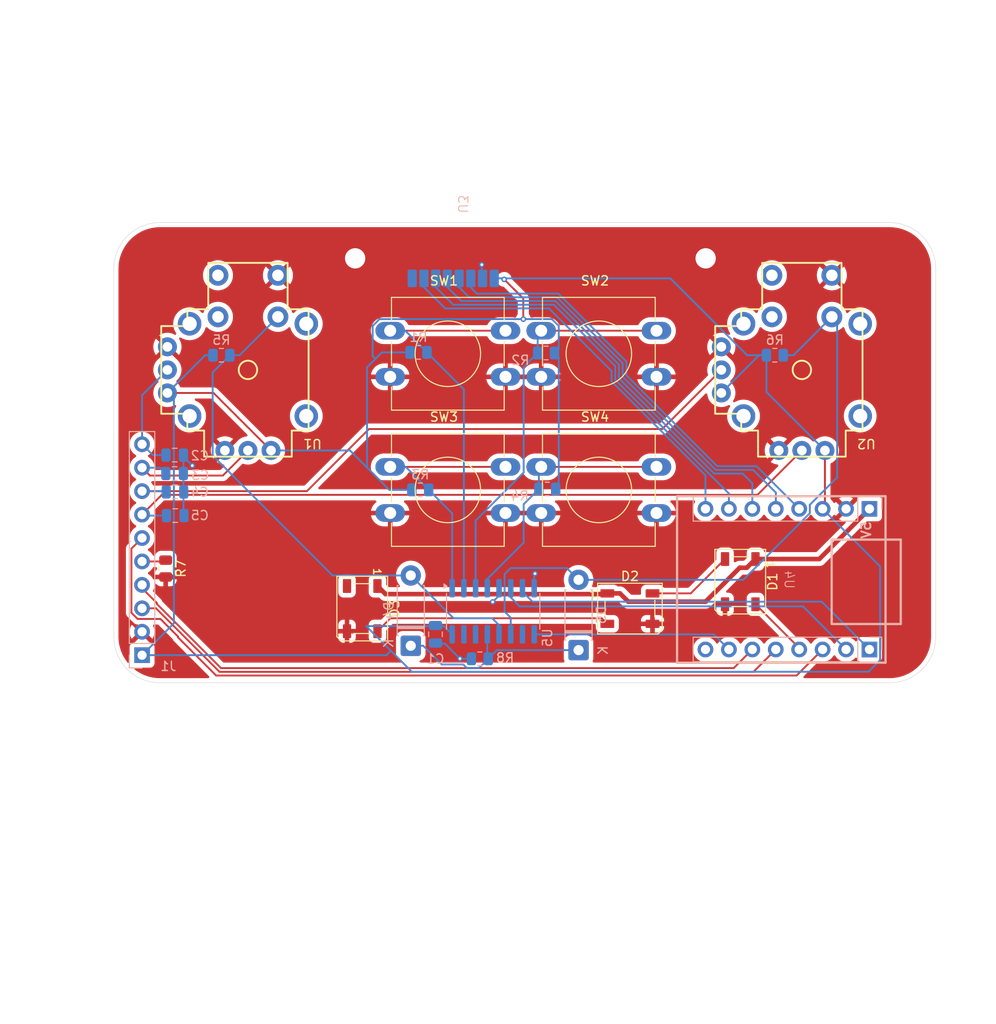
<source format=kicad_pcb>
(kicad_pcb (version 20241229) (generator "pcbnew") (generator_version "9.0")
  (layers (0 "F.Cu" signal) (2 "B.Cu" signal) (13 "F.Paste" user) (15 "B.Paste" user) (5 "F.SilkS" user "F.Silkscreen") (7 "B.SilkS" user "B.Silkscreen") (1 "F.Mask" user) (3 "B.Mask" user) (25 "Edge.Cuts" user))
  (net 0 "")
  (net 1 "NEO")
  (net 2 "NRF_CS")
  (net 3 "JOY1_V")
  (net 4 "Net-(D1-DOUT)")
  (net 5 "+5V")
  (net 6 "GND")
  (net 7 "Net-(D2-DOUT)")
  (net 8 "JOY2_H")
  (net 9 "NRF_CE")
  (net 10 "MISO")
  (net 12 "BTN_JOY_BOTH")
  (net 13 "BTN_JOY_L")
  (net 14 "BTN_JOY_R")
  (net 15 "JOY1_H")
  (net 16 "BTN_1")
  (net 17 "BTN_2")
  (net 18 "BTN_3")
  (net 19 "BTN_4")
  (net 20 "JOY2_V")
  (net 21 "+3.3V")
  (net 22 "SCK")
  (net 23 "S2")
  (net 24 "S1")
  (net 25 "S0")
  (net 27 "MOSI")
  (net 31 "Net-(J1-Pin_5)")
  (net 32 "ADC_INT")
  (net 33 "SDA")
  (net 34 "SCL")
  (footprint "stuff:SW_PUSH-12mm" (layer "F.Cu") (at 131.3 63.34)
    (property "Reference" "SW1" (at 5.83 -5.41 0) (layer "F.SilkS"))
    (property "Value" "SW_Push")
    (pad "1" thru_hole oval (at 0 0) (size 3.2 1.9) (drill 1.3) (layers "*.Cu" "*.Mask") (net 16 "BTN_1"))
    (pad "1" thru_hole oval (at 12.5 0) (size 3.2 1.9) (drill 1.3) (layers "*.Cu" "*.Mask") (net 16 "BTN_1"))
    (pad "2" thru_hole oval (at 0 5) (size 3.2 1.9) (drill 1.3) (layers "*.Cu" "*.Mask") (net 6 "GND"))
    (pad "2" thru_hole oval (at 12.5 5) (size 3.2 1.9) (drill 1.3) (layers "*.Cu" "*.Mask") (net 6 "GND"))
  )
  (footprint "MountingHole:MountingHole_2.2mm_M2" (layer "F.Cu") (at 127.5 55.5)
    (property "Reference" "REF**" (hide yes))
    (property "Value" "MountingHole_2.2mm_M2" (hide yes))
    (pad "" np_thru_hole circle (at 0 0) (size 2.2 2.2) (drill 2.2) (layers "*.Cu" "*.Mask"))
  )
  (footprint "stuff:SW_PUSH-12mm" (layer "F.Cu") (at 147.67 78.1)
    (property "Reference" "SW4" (at 5.83 -5.41 0) (layer "F.SilkS"))
    (property "Value" "SW_Push")
    (pad "1" thru_hole oval (at 0 0) (size 3.2 1.9) (drill 1.3) (layers "*.Cu" "*.Mask") (net 19 "BTN_4"))
    (pad "1" thru_hole oval (at 12.5 0) (size 3.2 1.9) (drill 1.3) (layers "*.Cu" "*.Mask") (net 19 "BTN_4"))
    (pad "2" thru_hole oval (at 0 5) (size 3.2 1.9) (drill 1.3) (layers "*.Cu" "*.Mask") (net 6 "GND"))
    (pad "2" thru_hole oval (at 12.5 5) (size 3.2 1.9) (drill 1.3) (layers "*.Cu" "*.Mask") (net 6 "GND"))
  )
  (footprint "LED_SMD:LED_WS2812B_PLCC4_5.0x5.0mm_P3.2mm" (layer "F.Cu") (at 157.29 93.46)
    (property "Reference" "D2" (at 0 -3.5 0) (layer "F.SilkS"))
    (property "Value" "WS2812B")
    (fp_text user "1" (at -4 -1.6 0) (layer "F.SilkS") (effects (font (size 0.8 0.8))))
    (pad "1" smd roundrect (at -2.45 -1.65) (size 1.5 0.9) (layers "F.Cu" "F.Mask" "F.Paste") (roundrect_rratio 0.1) (net 5 "+5V"))
    (pad "2" smd roundrect (at -2.45 1.65) (size 1.5 0.9) (layers "F.Cu" "F.Mask" "F.Paste") (roundrect_rratio 0.1) (net 7 "Net-(D2-DOUT)"))
    (pad "3" smd roundrect (at 2.45 1.65) (size 1.5 0.9) (layers "F.Cu" "F.Mask" "F.Paste") (roundrect_rratio 0.1) (net 6 "GND"))
    (pad "4" smd roundrect (at 2.45 -1.65) (size 1.5 0.9) (layers "F.Cu" "F.Mask" "F.Paste") (roundrect_rratio 0.1) (net 4 "Net-(D1-DOUT)"))
  )
  (footprint "LED_SMD:LED_WS2812B_PLCC4_5.0x5.0mm_P3.2mm" (layer "F.Cu") (at 128.27 93.46 -90)
    (property "Reference" "D3" (at 0 -3.5 90) (layer "F.SilkS"))
    (property "Value" "WS2812B")
    (fp_text user "1" (at -4 -1.6 270) (layer "F.SilkS") (effects (font (size 0.8 0.8))))
    (pad "1" smd roundrect (at -2.45 -1.65 270) (size 1.5 0.9) (layers "F.Cu" "F.Mask" "F.Paste") (roundrect_rratio 0.1) (net 5 "+5V"))
    (pad "2" smd roundrect (at -2.45 1.65 270) (size 1.5 0.9) (layers "F.Cu" "F.Mask" "F.Paste") (roundrect_rratio 0.1))
    (pad "3" smd roundrect (at 2.45 1.65 270) (size 1.5 0.9) (layers "F.Cu" "F.Mask" "F.Paste") (roundrect_rratio 0.1) (net 6 "GND"))
    (pad "4" smd roundrect (at 2.45 -1.65 270) (size 1.5 0.9) (layers "F.Cu" "F.Mask" "F.Paste") (roundrect_rratio 0.1) (net 7 "Net-(D2-DOUT)"))
  )
  (footprint "stuff:Joystick" (layer "F.Cu") (at 115.88 67.59 180)
    (property "Reference" "U1" (at -7 -8 180) (layer "F.SilkS"))
    (property "Value" "PS5" (hide yes))
    (pad "" thru_hole circle (at -6.325 -5 180) (size 2.55 2.55) (drill 1.55) (layers "*.Cu" "*.Mask"))
    (pad "" thru_hole circle (at -6.325 5 180) (size 2.55 2.55) (drill 1.55) (layers "*.Cu" "*.Mask"))
    (pad "" thru_hole circle (at 6.325 -5 180) (size 2.55 2.55) (drill 1.55) (layers "*.Cu" "*.Mask"))
    (pad "" thru_hole circle (at 6.325 5 180) (size 2.55 2.55) (drill 1.55) (layers "*.Cu" "*.Mask"))
    (pad "1" thru_hole circle (at 2.5 -8.73 180) (size 2.05 2.05) (drill 1.05) (layers "*.Cu" "*.Mask") (net 6 "GND"))
    (pad "1'" thru_hole circle (at 8.73 2.5 180) (size 2.05 2.05) (drill 1.05) (layers "*.Cu" "*.Mask") (net 6 "GND"))
    (pad "2" thru_hole circle (at 0 -8.73 180) (size 2.05 2.05) (drill 1.05) (layers "*.Cu" "*.Mask") (net 15 "JOY1_H"))
    (pad "2'" thru_hole circle (at 8.73 0 180) (size 2.05 2.05) (drill 1.05) (layers "*.Cu" "*.Mask") (net 3 "JOY1_V"))
    (pad "3" thru_hole circle (at -2.5 -8.73 180) (size 2.05 2.05) (drill 1.05) (layers "*.Cu" "*.Mask") (net 21 "+3.3V"))
    (pad "3'" thru_hole circle (at 8.73 -2.5 180) (size 2.05 2.05) (drill 1.05) (layers "*.Cu" "*.Mask") (net 21 "+3.3V"))
    (pad "a" thru_hole circle (at -3.25 5.75 180) (size 2.25 2.25) (drill 1.25) (layers "*.Cu" "*.Mask") (net 13 "BTN_JOY_L"))
    (pad "b" thru_hole circle (at 3.25 5.75 180) (size 2.25 2.25) (drill 1.25) (layers "*.Cu" "*.Mask"))
    (pad "c" thru_hole circle (at -3.25 10.25 180) (size 2.25 2.25) (drill 1.25) (layers "*.Cu" "*.Mask") (net 6 "GND"))
    (pad "d" thru_hole circle (at 3.25 10.25 180) (size 2.25 2.25) (drill 1.25) (layers "*.Cu" "*.Mask"))
  )
  (footprint "stuff:SW_PUSH-12mm" (layer "F.Cu") (at 147.67 63.34)
    (property "Reference" "SW2" (at 5.83 -5.41 0) (layer "F.SilkS"))
    (property "Value" "SW_Push")
    (pad "1" thru_hole oval (at 0 0) (size 3.2 1.9) (drill 1.3) (layers "*.Cu" "*.Mask") (net 17 "BTN_2"))
    (pad "1" thru_hole oval (at 12.5 0) (size 3.2 1.9) (drill 1.3) (layers "*.Cu" "*.Mask") (net 17 "BTN_2"))
    (pad "2" thru_hole oval (at 0 5) (size 3.2 1.9) (drill 1.3) (layers "*.Cu" "*.Mask") (net 6 "GND"))
    (pad "2" thru_hole oval (at 12.5 5) (size 3.2 1.9) (drill 1.3) (layers "*.Cu" "*.Mask") (net 6 "GND"))
  )
  (footprint "Resistor_SMD:R_0805_2012Metric" (layer "F.Cu") (at 106.96 89.12 -90)
    (property "Reference" "R7" (at 0 -1.65 90) (layer "F.SilkS"))
    (property "Value" "10k")
    (pad "1" smd roundrect (at -0.9125 0 270) (size 1.025 1.4) (layers "F.Cu" "F.Mask" "F.Paste") (roundrect_rratio 0.243902) (net 31 "Net-(J1-Pin_5)"))
    (pad "2" smd roundrect (at 0.9125 0 270) (size 1.025 1.4) (layers "F.Cu" "F.Mask" "F.Paste") (roundrect_rratio 0.243902) (net 6 "GND"))
  )
  (footprint "LED_SMD:LED_WS2812B_PLCC4_5.0x5.0mm_P3.2mm" (layer "F.Cu") (at 169.25 90.54 -90)
    (property "Reference" "D1" (at 0 -3.5 90) (layer "F.SilkS"))
    (property "Value" "WS2812B")
    (fp_text user "1" (at -1.87 -3.31 270) (layer "F.SilkS") (effects (font (size 0.8 0.8))))
    (pad "1" smd roundrect (at -2.45 -1.65 270) (size 1.5 0.9) (layers "F.Cu" "F.Mask" "F.Paste") (roundrect_rratio 0.1) (net 5 "+5V"))
    (pad "2" smd roundrect (at -2.45 1.65 270) (size 1.5 0.9) (layers "F.Cu" "F.Mask" "F.Paste") (roundrect_rratio 0.1) (net 4 "Net-(D1-DOUT)"))
    (pad "3" smd roundrect (at 2.45 1.65 270) (size 1.5 0.9) (layers "F.Cu" "F.Mask" "F.Paste") (roundrect_rratio 0.1) (net 6 "GND"))
    (pad "4" smd roundrect (at 2.45 -1.65 270) (size 1.5 0.9) (layers "F.Cu" "F.Mask" "F.Paste") (roundrect_rratio 0.1) (net 1 "NEO"))
  )
  (footprint "stuff:Joystick" (layer "F.Cu") (at 175.93 67.59 180)
    (property "Reference" "U2" (at -7 -8 180) (layer "F.SilkS"))
    (property "Value" "PS5" (hide yes))
    (pad "" thru_hole circle (at -6.325 -5 180) (size 2.55 2.55) (drill 1.55) (layers "*.Cu" "*.Mask"))
    (pad "" thru_hole circle (at -6.325 5 180) (size 2.55 2.55) (drill 1.55) (layers "*.Cu" "*.Mask"))
    (pad "" thru_hole circle (at 6.325 -5 180) (size 2.55 2.55) (drill 1.55) (layers "*.Cu" "*.Mask"))
    (pad "" thru_hole circle (at 6.325 5 180) (size 2.55 2.55) (drill 1.55) (layers "*.Cu" "*.Mask"))
    (pad "1" thru_hole circle (at 2.5 -8.73 180) (size 2.05 2.05) (drill 1.05) (layers "*.Cu" "*.Mask") (net 6 "GND"))
    (pad "1'" thru_hole circle (at 8.73 2.5 180) (size 2.05 2.05) (drill 1.05) (layers "*.Cu" "*.Mask") (net 6 "GND"))
    (pad "2" thru_hole circle (at 0 -8.73 180) (size 2.05 2.05) (drill 1.05) (layers "*.Cu" "*.Mask") (net 8 "JOY2_H"))
    (pad "2'" thru_hole circle (at 8.73 0 180) (size 2.05 2.05) (drill 1.05) (layers "*.Cu" "*.Mask") (net 20 "JOY2_V"))
    (pad "3" thru_hole circle (at -2.5 -8.73 180) (size 2.05 2.05) (drill 1.05) (layers "*.Cu" "*.Mask") (net 21 "+3.3V"))
    (pad "3'" thru_hole circle (at 8.73 -2.5 180) (size 2.05 2.05) (drill 1.05) (layers "*.Cu" "*.Mask") (net 21 "+3.3V"))
    (pad "a" thru_hole circle (at -3.25 5.75 180) (size 2.25 2.25) (drill 1.25) (layers "*.Cu" "*.Mask") (net 14 "BTN_JOY_R"))
    (pad "b" thru_hole circle (at 3.25 5.75 180) (size 2.25 2.25) (drill 1.25) (layers "*.Cu" "*.Mask"))
    (pad "c" thru_hole circle (at -3.25 10.25 180) (size 2.25 2.25) (drill 1.25) (layers "*.Cu" "*.Mask") (net 6 "GND"))
    (pad "d" thru_hole circle (at 3.25 10.25 180) (size 2.25 2.25) (drill 1.25) (layers "*.Cu" "*.Mask"))
  )
  (footprint "stuff:SW_PUSH-12mm" (layer "F.Cu") (at 131.3 78.1)
    (property "Reference" "SW3" (at 5.83 -5.41 0) (layer "F.SilkS"))
    (property "Value" "SW_Push")
    (pad "1" thru_hole oval (at 0 0) (size 3.2 1.9) (drill 1.3) (layers "*.Cu" "*.Mask") (net 18 "BTN_3"))
    (pad "1" thru_hole oval (at 12.5 0) (size 3.2 1.9) (drill 1.3) (layers "*.Cu" "*.Mask") (net 18 "BTN_3"))
    (pad "2" thru_hole oval (at 0 5) (size 3.2 1.9) (drill 1.3) (layers "*.Cu" "*.Mask") (net 6 "GND"))
    (pad "2" thru_hole oval (at 12.5 5) (size 3.2 1.9) (drill 1.3) (layers "*.Cu" "*.Mask") (net 6 "GND"))
  )
  (footprint "MountingHole:MountingHole_2.2mm_M2" (layer "F.Cu") (at 165.5 55.5)
    (property "Reference" "REF**" (hide yes))
    (property "Value" "MountingHole_2.2mm_M2" (hide yes))
    (pad "" np_thru_hole circle (at 0 0) (size 2.2 2.2) (drill 2.2) (layers "*.Cu" "*.Mask"))
  )
  (footprint "Package_SO:SOP-16_3.9x9.9mm_P1.27mm" (layer "B.Cu") (at 142.465 93.75 -90)
    (property "Reference" "U5" (at 2.87 -5.885 90) (layer "B.SilkS") (effects (justify mirror)))
    (property "Value" "74HC148")
    (pad "1" smd roundrect (at -2.5 4.445 270) (size 2 0.6) (layers "B.Cu" "B.Mask" "B.Paste") (net 18 "BTN_3"))
    (pad "2" smd roundrect (at -2.5 3.175 270) (size 2 0.6) (layers "B.Cu" "B.Mask" "B.Paste") (net 16 "BTN_1"))
    (pad "3" smd roundrect (at -2.5 1.905 270) (size 2 0.6) (layers "B.Cu" "B.Mask" "B.Paste") (net 17 "BTN_2"))
    (pad "4" smd roundrect (at -2.5 0.635 270) (size 2 0.6) (layers "B.Cu" "B.Mask" "B.Paste") (net 19 "BTN_4"))
    (pad "5" smd roundrect (at -2.5 -0.635 270) (size 2 0.6) (layers "B.Cu" "B.Mask" "B.Paste") (net 6 "GND"))
    (pad "6" smd roundrect (at -2.5 -1.905 270) (size 2 0.6) (layers "B.Cu" "B.Mask" "B.Paste") (net 23 "S2"))
    (pad "7" smd roundrect (at -2.5 -3.175 270) (size 2 0.6) (layers "B.Cu" "B.Mask" "B.Paste") (net 24 "S1"))
    (pad "8" smd roundrect (at -2.5 -4.445 270) (size 2 0.6) (layers "B.Cu" "B.Mask" "B.Paste") (net 6 "GND"))
    (pad "9" smd roundrect (at 2.5 -4.445 270) (size 2 0.6) (layers "B.Cu" "B.Mask" "B.Paste") (net 25 "S0"))
    (pad "10" smd roundrect (at 2.5 -3.175 270) (size 2 0.6) (layers "B.Cu" "B.Mask" "B.Paste"))
    (pad "11" smd roundrect (at 2.5 -1.905 270) (size 2 0.6) (layers "B.Cu" "B.Mask" "B.Paste") (net 14 "BTN_JOY_R"))
    (pad "12" smd roundrect (at 2.5 -0.635 270) (size 2 0.6) (layers "B.Cu" "B.Mask" "B.Paste") (net 13 "BTN_JOY_L"))
    (pad "13" smd roundrect (at 2.5 0.635 270) (size 2 0.6) (layers "B.Cu" "B.Mask" "B.Paste") (net 12 "BTN_JOY_BOTH"))
    (pad "14" smd roundrect (at 2.5 1.905 270) (size 2 0.6) (layers "B.Cu" "B.Mask" "B.Paste"))
    (pad "15" smd roundrect (at 2.5 3.175 270) (size 2 0.6) (layers "B.Cu" "B.Mask" "B.Paste"))
    (pad "16" smd roundrect (at 2.5 4.445 270) (size 2 0.6) (layers "B.Cu" "B.Mask" "B.Paste") (net 21 "+3.3V"))
  )
  (footprint "Capacitor_SMD:C_0805_2012Metric" (layer "B.Cu") (at 136.21 96.24 -90)
    (property "Reference" "C1" (at 2.67 0.01 180) (layer "B.SilkS") (effects (justify mirror)))
    (property "Value" "10uF")
    (pad "1" smd roundrect (at -0.95 0 270) (size 1 1.45) (layers "B.Cu" "B.Mask" "B.Paste") (net 21 "+3.3V"))
    (pad "2" smd roundrect (at 0.95 0 270) (size 1 1.45) (layers "B.Cu" "B.Mask" "B.Paste") (net 6 "GND"))
  )
  (footprint "Resistor_SMD:R_0805_2012Metric" (layer "B.Cu") (at 134.37 65.69 180)
    (property "Reference" "R1" (at 0 1.65 0) (layer "B.SilkS") (effects (justify mirror)))
    (property "Value" "10K")
    (pad "1" smd roundrect (at -0.9125 0 180) (size 1.025 1.4) (layers "B.Cu" "B.Mask" "B.Paste") (roundrect_rratio 0.243902) (net 16 "BTN_1"))
    (pad "2" smd roundrect (at 0.9125 0 180) (size 1.025 1.4) (layers "B.Cu" "B.Mask" "B.Paste") (roundrect_rratio 0.243902) (net 21 "+3.3V"))
  )
  (footprint "Diode_THT:D_DO-41_SOD81_P7.62mm_Horizontal" (layer "B.Cu") (at 151.72 97.96 90)
    (property "Reference" "D5" (at 3.81 2.47 90) (layer "B.SilkS") (effects (justify mirror)))
    (property "Value" "1N5819WS")
    (fp_text user "K" (at -0.03 2.65 90) (layer "B.SilkS") (effects (justify mirror)))
    (pad "1" thru_hole roundrect (at 0 0 90) (size 2.2 2.2) (drill 1.1) (layers "*.Cu" "*.Mask") (roundrect_rratio 0.113636) (net 12 "BTN_JOY_BOTH"))
    (pad "2" thru_hole circle (at 7.62 0 90) (size 2.2 2.2) (drill 1.1) (layers "*.Cu" "*.Mask") (net 14 "BTN_JOY_R"))
  )
  (footprint "Diode_THT:D_DO-41_SOD81_P7.62mm_Horizontal" (layer "B.Cu") (at 133.53 97.49 90)
    (property "Reference" "D4" (at 3.81 -2.38 90) (layer "B.SilkS") (effects (justify mirror)))
    (property "Value" "1N5819WS")
    (fp_text user "K" (at 0.261905 -2.4 90) (layer "B.SilkS") (effects (justify mirror)))
    (pad "1" thru_hole roundrect (at 0 0 90) (size 2.2 2.2) (drill 1.1) (layers "*.Cu" "*.Mask") (roundrect_rratio 0.113636) (net 12 "BTN_JOY_BOTH"))
    (pad "2" thru_hole circle (at 7.62 0 90) (size 2.2 2.2) (drill 1.1) (layers "*.Cu" "*.Mask") (net 13 "BTN_JOY_L"))
  )
  (footprint "Resistor_SMD:R_0805_2012Metric" (layer "B.Cu") (at 148.33 80.5)
    (property "Reference" "R4" (at -2.98 0.735 0) (layer "B.SilkS") (effects (justify mirror)))
    (property "Value" "10K")
    (pad "1" smd roundrect (at -0.9125 0) (size 1.025 1.4) (layers "B.Cu" "B.Mask" "B.Paste") (roundrect_rratio 0.243902) (net 19 "BTN_4"))
    (pad "2" smd roundrect (at 0.9125 0) (size 1.025 1.4) (layers "B.Cu" "B.Mask" "B.Paste") (roundrect_rratio 0.243902) (net 21 "+3.3V"))
  )
  (footprint "Resistor_SMD:R_0805_2012Metric" (layer "B.Cu") (at 148.2 65.76)
    (property "Reference" "R2" (at -2.79 0.78 0) (layer "B.SilkS") (effects (justify mirror)))
    (property "Value" "10K")
    (pad "1" smd roundrect (at -0.9125 0) (size 1.025 1.4) (layers "B.Cu" "B.Mask" "B.Paste") (roundrect_rratio 0.243902) (net 17 "BTN_2"))
    (pad "2" smd roundrect (at 0.9125 0) (size 1.025 1.4) (layers "B.Cu" "B.Mask" "B.Paste") (roundrect_rratio 0.243902) (net 21 "+3.3V"))
  )
  (footprint "Capacitor_SMD:C_0805_2012Metric" (layer "B.Cu") (at 107.93 78.82)
    (property "Reference" "C3" (at 2.78 0.18 0) (layer "B.SilkS") (effects (justify mirror)))
    (property "Value" "100nF")
    (pad "1" smd roundrect (at -0.95 0) (size 1 1.45) (layers "B.Cu" "B.Mask" "B.Paste") (net 15 "JOY1_H"))
    (pad "2" smd roundrect (at 0.95 0) (size 1 1.45) (layers "B.Cu" "B.Mask" "B.Paste") (net 6 "GND"))
  )
  (footprint "Resistor_SMD:R_0805_2012Metric" (layer "B.Cu") (at 141.02 98.9 180)
    (property "Reference" "R8" (at -2.74 0.11 0) (layer "B.SilkS") (effects (justify mirror)))
    (property "Value" "10K")
    (pad "1" smd roundrect (at -0.9125 0 180) (size 1.025 1.4) (layers "B.Cu" "B.Mask" "B.Paste") (roundrect_rratio 0.243902) (net 12 "BTN_JOY_BOTH"))
    (pad "2" smd roundrect (at 0.9125 0 180) (size 1.025 1.4) (layers "B.Cu" "B.Mask" "B.Paste") (roundrect_rratio 0.243902) (net 6 "GND"))
  )
  (footprint "Connector_PinHeader_2.54mm:PinHeader_1x10_P2.54mm_Vertical" (layer "B.Cu") (at 104.4 98.51)
    (property "Reference" "J1" (at 2.85 1.2 0) (layer "B.SilkS") (effects (justify mirror)))
    (property "Value" "Conn_01x10_Pin")
    (pad "1" thru_hole rect (at 0 0) (size 1.7 1.7) (drill 1) (layers "*.Cu" "*.Mask") (net 21 "+3.3V"))
    (pad "2" thru_hole circle (at 0 -2.54) (size 1.7 1.7) (drill 1) (layers "*.Cu" "*.Mask") (net 6 "GND"))
    (pad "3" thru_hole circle (at 0 -5.08) (size 1.7 1.7) (drill 1) (layers "*.Cu" "*.Mask") (net 34 "SCL"))
    (pad "4" thru_hole circle (at 0 -7.62) (size 1.7 1.7) (drill 1) (layers "*.Cu" "*.Mask") (net 33 "SDA"))
    (pad "5" thru_hole circle (at 0 -10.16) (size 1.7 1.7) (drill 1) (layers "*.Cu" "*.Mask") (net 31 "Net-(J1-Pin_5)"))
    (pad "6" thru_hole circle (at 0 -12.7) (size 1.7 1.7) (drill 1) (layers "*.Cu" "*.Mask") (net 32 "ADC_INT"))
    (pad "7" thru_hole circle (at 0 -15.24) (size 1.7 1.7) (drill 1) (layers "*.Cu" "*.Mask") (net 8 "JOY2_H"))
    (pad "8" thru_hole circle (at 0 -17.78) (size 1.7 1.7) (drill 1) (layers "*.Cu" "*.Mask") (net 20 "JOY2_V"))
    (pad "9" thru_hole circle (at 0 -20.32) (size 1.7 1.7) (drill 1) (layers "*.Cu" "*.Mask") (net 15 "JOY1_H"))
    (pad "10" thru_hole circle (at 0 -22.86) (size 1.7 1.7) (drill 1) (layers "*.Cu" "*.Mask") (net 3 "JOY1_V"))
  )
  (footprint "stuff:ESP32-C3-SuperMini" (layer "B.Cu") (at 174.07 90.32 90)
    (property "Reference" "U4" (at 0 0.5 270) (layer "B.SilkS") (effects (font (thickness 0.1)) (justify mirror)))
    (property "Value" "ESP32C3-SUPERMINI")
    (fp_text user "5V" (at 4.34 8.835 90) (layer "B.SilkS") (effects (font (thickness 0.2)) (justify right mirror)))
    (pad "1" thru_hole rect (at -7.57 9.19 90) (size 1.7 1.7) (drill 1) (layers "*.Cu" "*.Mask") (net 24 "S1"))
    (pad "2" thru_hole circle (at -7.57 6.65 90) (size 1.7 1.7) (drill 1) (layers "*.Cu" "*.Mask") (net 23 "S2"))
    (pad "3" thru_hole circle (at -7.57 4.11 90) (size 1.7 1.7) (drill 1) (layers "*.Cu" "*.Mask") (net 32 "ADC_INT"))
    (pad "4" thru_hole circle (at -7.57 1.57 90) (size 1.7 1.7) (drill 1) (layers "*.Cu" "*.Mask") (net 1 "NEO"))
    (pad "5" thru_hole circle (at -7.57 -0.97 90) (size 1.7 1.7) (drill 1) (layers "*.Cu" "*.Mask") (net 34 "SCL"))
    (pad "6" thru_hole circle (at -7.57 -3.51 90) (size 1.7 1.7) (drill 1) (layers "*.Cu" "*.Mask") (net 33 "SDA"))
    (pad "7" thru_hole circle (at -7.57 -6.05 90) (size 1.7 1.7) (drill 1) (layers "*.Cu" "*.Mask") (net 25 "S0"))
    (pad "8" thru_hole circle (at -7.57 -8.59 90) (size 1.7 1.7) (drill 1) (layers "*.Cu" "*.Mask"))
    (pad "9" thru_hole circle (at 7.67 -8.59 90) (size 1.7 1.7) (drill 1) (layers "*.Cu" "*.Mask") (net 10 "MISO"))
    (pad "10" thru_hole circle (at 7.67 -6.05 90) (size 1.7 1.7) (drill 1) (layers "*.Cu" "*.Mask") (net 27 "MOSI"))
    (pad "11" thru_hole circle (at 7.67 -3.51 90) (size 1.7 1.7) (drill 1) (layers "*.Cu" "*.Mask") (net 22 "SCK"))
    (pad "12" thru_hole circle (at 7.67 -0.97 90) (size 1.7 1.7) (drill 1) (layers "*.Cu" "*.Mask") (net 2 "NRF_CS"))
    (pad "13" thru_hole circle (at 7.67 1.57 90) (size 1.7 1.7) (drill 1) (layers "*.Cu" "*.Mask") (net 9 "NRF_CE"))
    (pad "14" thru_hole circle (at 7.67 4.11 90) (size 1.7 1.7) (drill 1) (layers "*.Cu" "*.Mask") (net 21 "+3.3V"))
    (pad "15" thru_hole circle (at 7.67 6.65 90) (size 1.7 1.7) (drill 1) (layers "*.Cu" "*.Mask") (net 6 "GND"))
    (pad "16" thru_hole rect (at 7.67 9.19 90) (size 1.7 1.7) (drill 1) (layers "*.Cu" "*.Mask") (net 5 "+5V"))
  )
  (footprint "Capacitor_SMD:C_0805_2012Metric" (layer "B.Cu") (at 107.94 76.82)
    (property "Reference" "C2" (at 2.72 0.06 0) (layer "B.SilkS") (effects (justify mirror)))
    (property "Value" "100nF")
    (pad "1" smd roundrect (at -0.95 0) (size 1 1.45) (layers "B.Cu" "B.Mask" "B.Paste") (net 3 "JOY1_V"))
    (pad "2" smd roundrect (at 0.95 0) (size 1 1.45) (layers "B.Cu" "B.Mask" "B.Paste") (net 6 "GND"))
  )
  (footprint "stuff:nRF24L01_SMD_Breakout" (layer "B.Cu") (at 138.68 49.6225 90)
    (property "Reference" "U3" (at 0 0.5 270) (layer "B.SilkS") (effects (font (thickness 0.1)) (justify mirror)))
    (property "Value" "NRF24L01_Breakout")
    (pad "1" smd roundrect (at -8.0475 2.63 90) (size 1.905 1) (layers "B.Cu" "B.Mask" "B.Paste") (roundrect_rratio 0.15) (net 6 "GND"))
    (pad "2" smd roundrect (at -8.0475 3.9 90) (size 1.905 1) (layers "B.Cu" "B.Mask" "B.Paste") (roundrect_rratio 0.15) (net 21 "+3.3V"))
    (pad "3" smd roundrect (at -8.0475 1.36 90) (size 1.905 1) (layers "B.Cu" "B.Mask" "B.Paste") (roundrect_rratio 0.15) (net 9 "NRF_CE"))
    (pad "4" smd roundrect (at -8.0475 0.09 90) (size 1.905 1) (layers "B.Cu" "B.Mask" "B.Paste") (roundrect_rratio 0.15) (net 2 "NRF_CS"))
    (pad "5" smd roundrect (at -8.0475 -1.18 90) (size 1.905 1) (layers "B.Cu" "B.Mask" "B.Paste") (roundrect_rratio 0.15) (net 22 "SCK"))
    (pad "6" smd roundrect (at -8.0475 -2.45 90) (size 1.905 1) (layers "B.Cu" "B.Mask" "B.Paste") (roundrect_rratio 0.15) (net 27 "MOSI"))
    (pad "7" smd roundrect (at -8.0475 -3.72 90) (size 1.905 1) (layers "B.Cu" "B.Mask" "B.Paste") (roundrect_rratio 0.15) (net 10 "MISO"))
    (pad "8" smd roundrect (at -8.0475 -4.99 90) (size 1.905 1) (layers "B.Cu" "B.Mask" "B.Paste") (roundrect_rratio 0.15))
  )
  (footprint "Capacitor_SMD:C_0805_2012Metric" (layer "B.Cu") (at 108 83.38)
    (property "Reference" "C5" (at 2.66 -0.02 0) (layer "B.SilkS") (effects (justify mirror)))
    (property "Value" "100nF")
    (pad "1" smd roundrect (at -0.95 0) (size 1 1.45) (layers "B.Cu" "B.Mask" "B.Paste") (net 8 "JOY2_H"))
    (pad "2" smd roundrect (at 0.95 0) (size 1 1.45) (layers "B.Cu" "B.Mask" "B.Paste") (net 6 "GND"))
  )
  (footprint "Resistor_SMD:R_0805_2012Metric" (layer "B.Cu") (at 134.56 80.59 180)
    (property "Reference" "R3" (at 0 1.65 0) (layer "B.SilkS") (effects (justify mirror)))
    (property "Value" "10K")
    (pad "1" smd roundrect (at -0.9125 0 180) (size 1.025 1.4) (layers "B.Cu" "B.Mask" "B.Paste") (roundrect_rratio 0.243902) (net 18 "BTN_3"))
    (pad "2" smd roundrect (at 0.9125 0 180) (size 1.025 1.4) (layers "B.Cu" "B.Mask" "B.Paste") (roundrect_rratio 0.243902) (net 21 "+3.3V"))
  )
  (footprint "Resistor_SMD:R_0805_2012Metric" (layer "B.Cu") (at 173 66 180)
    (property "Reference" "R6" (at 0 1.65 0) (layer "B.SilkS") (effects (justify mirror)))
    (property "Value" "10K")
    (pad "1" smd roundrect (at -0.9125 0 180) (size 1.025 1.4) (layers "B.Cu" "B.Mask" "B.Paste") (roundrect_rratio 0.243902) (net 14 "BTN_JOY_R"))
    (pad "2" smd roundrect (at 0.9125 0 180) (size 1.025 1.4) (layers "B.Cu" "B.Mask" "B.Paste") (roundrect_rratio 0.243902) (net 21 "+3.3V"))
  )
  (footprint "Resistor_SMD:R_0805_2012Metric" (layer "B.Cu") (at 113 66 180)
    (property "Reference" "R5" (at 0 1.65 0) (layer "B.SilkS") (effects (justify mirror)))
    (property "Value" "10K")
    (pad "1" smd roundrect (at -0.9125 0 180) (size 1.025 1.4) (layers "B.Cu" "B.Mask" "B.Paste") (roundrect_rratio 0.243902) (net 13 "BTN_JOY_L"))
    (pad "2" smd roundrect (at 0.9125 0 180) (size 1.025 1.4) (layers "B.Cu" "B.Mask" "B.Paste") (roundrect_rratio 0.243902) (net 21 "+3.3V"))
  )
  (footprint "Capacitor_SMD:C_0805_2012Metric" (layer "B.Cu") (at 107.97 80.81)
    (property "Reference" "C4" (at 2.68 0.02 0) (layer "B.SilkS") (effects (justify mirror)))
    (property "Value" "100nF")
    (pad "1" smd roundrect (at -0.95 0) (size 1 1.45) (layers "B.Cu" "B.Mask" "B.Paste") (net 20 "JOY2_V"))
    (pad "2" smd roundrect (at 0.95 0) (size 1 1.45) (layers "B.Cu" "B.Mask" "B.Paste") (net 6 "GND"))
  )
  (gr_arc (start 185.44 51.62) (mid 188.975534 53.084466) (end 190.44 56.62) (stroke (width 0.05)) (layer "Edge.Cuts"))
  (gr_arc (start 101.34 56.62) (mid 102.804466 53.084466) (end 106.34 51.62) (stroke (width 0.05)) (layer "Edge.Cuts"))
  (gr_line (start 106.34 51.62) (end 185.44 51.62) (stroke (width 0.05)) (layer "Edge.Cuts"))
  (gr_arc (start 190.44 96.5) (mid 188.975534 100.035534) (end 185.44 101.5) (stroke (width 0.05)) (layer "Edge.Cuts"))
  (gr_line (start 185.44 101.5) (end 106.34 101.5) (stroke (width 0.05)) (layer "Edge.Cuts"))
  (gr_line (start 101.34 96.5) (end 101.34 56.62) (stroke (width 0.05)) (layer "Edge.Cuts"))
  (gr_line (start 190.44 56.62) (end 190.44 96.5) (stroke (width 0.05)) (layer "Edge.Cuts"))
  (gr_arc (start 106.34 101.5) (mid 102.804466 100.035534) (end 101.34 96.5) (stroke (width 0.05)) (layer "Edge.Cuts"))
  (segment (start 170.9 92.99) (end 175.64 97.73) (width 0.2) (layer "F.Cu") (net 1))
  (segment (start 175.64 97.73) (end 175.64 97.89) (width 0.2) (layer "F.Cu") (net 1))
  (segment (start 170.646281 78.426281) (end 173.11 80.89) (width 0.2) (layer "B.Cu") (net 2))
  (segment (start 173.11 82.64) (end 173.1 82.65) (width 0.2) (layer "B.Cu") (net 2))
  (segment (start 156.501 66.8481) (end 156.501 68.3339) (width 0.2) (layer "B.Cu") (net 2))
  (segment (start 138.77 57.67) (end 138.77 58.622499) (width 0.2) (layer "B.Cu") (net 2))
  (segment (start 149.3739 59.721) (end 156.501 66.8481) (width 0.2) (layer "B.Cu") (net 2))
  (segment (start 166.593381 78.426281) (end 170.646281 78.426281) (width 0.2) (layer "B.Cu") (net 2))
  (segment (start 138.77 58.622499) (end 139.868501 59.721) (width 0.2) (layer "B.Cu") (net 2))
  (segment (start 139.868501 59.721) (end 149.3739 59.721) (width 0.2) (layer "B.Cu") (net 2))
  (segment (start 173.11 80.89) (end 173.11 82.64) (width 0.2) (layer "B.Cu") (net 2))
  (segment (start 156.501 68.3339) (end 166.593381 78.426281) (width 0.2) (layer "B.Cu") (net 2))
  (segment (start 107.15 67.59) (end 104.4 70.34) (width 0.2) (layer "B.Cu") (net 3))
  (segment (start 104.4 75.65) (end 105.57 76.82) (width 0.2) (layer "B.Cu") (net 3))
  (segment (start 105.57 76.82) (end 106.99 76.82) (width 0.2) (layer "B.Cu") (net 3))
  (segment (start 104.4 70.34) (end 104.4 75.65) (width 0.2) (layer "B.Cu") (net 3))
  (segment (start 163.88 91.81) (end 167.6 88.09) (width 0.2) (layer "F.Cu") (net 4))
  (segment (start 159.74 91.81) (end 163.88 91.81) (width 0.2) (layer "F.Cu") (net 4))
  (segment (start 166.431 91.789) (end 169.19 89.03) (width 0.5) (layer "F.Cu") (net 5))
  (segment (start 165.488 92.711) (end 166.41 91.789) (width 0.5) (layer "F.Cu") (net 5))
  (segment (start 169.19 89.03) (end 169.96 89.03) (width 0.5) (layer "F.Cu") (net 5))
  (segment (start 157.111 92.711) (end 165.488 92.711) (width 0.5) (layer "F.Cu") (net 5))
  (segment (start 169.96 89.03) (end 170.9 88.09) (width 0.5) (layer "F.Cu") (net 5))
  (segment (start 154.84 91.81) (end 154.759 91.891) (width 0.5) (layer "F.Cu") (net 5))
  (segment (start 166.41 91.789) (end 166.431 91.789) (width 0.5) (layer "F.Cu") (net 5))
  (segment (start 154.759 91.891) (end 130.801 91.891) (width 0.5) (layer "F.Cu") (net 5))
  (segment (start 154.84 91.81) (end 156.21 91.81) (width 0.5) (layer "F.Cu") (net 5))
  (segment (start 177.82 88.09) (end 183.26 82.65) (width 0.5) (layer "F.Cu") (net 5))
  (segment (start 156.21 91.81) (end 157.111 92.711) (width 0.5) (layer "F.Cu") (net 5))
  (segment (start 130.801 91.891) (end 129.92 91.01) (width 0.5) (layer "F.Cu") (net 5))
  (segment (start 170.9 88.09) (end 177.82 88.09) (width 0.5) (layer "F.Cu") (net 5))
  (via (at 142.41 92.74) (size 0.6) (drill 0.3) (layers "F.Cu" "B.Cu") (net 6))
  (via (at 141.23 56.19) (size 0.6) (drill 0.3) (layers "F.Cu" "B.Cu") (net 6))
  (via (at 109.85 77.96) (size 0.6) (drill 0.3) (layers "F.Cu" "B.Cu") (net 6))
  (via (at 138.86 98.88) (size 0.6) (drill 0.3) (layers "F.Cu" "B.Cu") (net 6))
  (via (at 147 89.67) (size 0.6) (drill 0.3) (layers "F.Cu" "B.Cu") (net 6))
  (segment (start 108.89 76.82) (end 108.89 83.32) (width 0.2) (layer "B.Cu") (net 6))
  (segment (start 141.23 57.59) (end 141.31 57.67) (width 0.2) (layer "B.Cu") (net 6))
  (segment (start 140.1075 98.9) (end 138.88 98.9) (width 0.2) (layer "B.Cu") (net 6))
  (segment (start 138.88 98.9) (end 138.86 98.88) (width 0.2) (layer "B.Cu") (net 6))
  (segment (start 146.91 91.25) (end 146.91 89.76) (width 0.2) (layer "B.Cu") (net 6))
  (segment (start 142.41 92.74) (end 143.1 92.05) (width 0.2) (layer "B.Cu") (net 6))
  (segment (start 143.1 92.05) (end 143.1 91.25) (width 0.2) (layer "B.Cu") (net 6))
  (segment (start 141.23 56.19) (end 141.23 57.59) (width 0.2) (layer "B.Cu") (net 6))
  (segment (start 108.89 83.32) (end 108.95 83.38) (width 0.2) (layer "B.Cu") (net 6))
  (segment (start 136.15 97.26) (end 137.24 97.26) (width 0.2) (layer "B.Cu") (net 6))
  (segment (start 137.24 97.26) (end 138.86 98.88) (width 0.2) (layer "B.Cu") (net 6))
  (segment (start 146.91 89.76) (end 147 89.67) (width 0.2) (layer "B.Cu") (net 6))
  (segment (start 108.89 76.82) (end 108.89 77) (width 0.2) (layer "B.Cu") (net 6))
  (segment (start 108.89 77) (end 109.85 77.96) (width 0.2) (layer "B.Cu") (net 6))
  (segment (start 154.84 95.11) (end 154.239 94.509) (width 0.2) (layer "F.Cu") (net 7))
  (segment (start 131.321 94.509) (end 129.92 95.91) (width 0.2) (layer "F.Cu") (net 7))
  (segment (start 154.239 94.509) (end 131.321 94.509) (width 0.2) (layer "F.Cu") (net 7))
  (segment (start 175.93 76.32) (end 171.119 81.131) (width 0.2) (layer "F.Cu") (net 8))
  (segment (start 106.539 81.131) (end 104.4 83.27) (width 0.2) (layer "F.Cu") (net 8))
  (segment (start 171.119 81.131) (end 106.539 81.131) (width 0.2) (layer "F.Cu") (net 8))
  (segment (start 107.05 83.38) (end 104.51 83.38) (width 0.2) (layer "B.Cu") (net 8))
  (segment (start 104.51 83.38) (end 104.4 83.27) (width 0.2) (layer "B.Cu") (net 8))
  (segment (start 156.902 68.1678) (end 166.759481 78.025281) (width 0.2) (layer "B.Cu") (net 9))
  (segment (start 171.015281 78.025281) (end 175.64 82.65) (width 0.2) (layer "B.Cu") (net 9))
  (segment (start 166.759481 78.025281) (end 171.015281 78.025281) (width 0.2) (layer "B.Cu") (net 9))
  (segment (start 156.902 66.682) (end 156.902 68.1678) (width 0.2) (layer "B.Cu") (net 9))
  (segment (start 140.04 57.67) (end 140.04 58.659943) (width 0.2) (layer "B.Cu") (net 9))
  (segment (start 140.04 58.659943) (end 140.700057 59.32) (width 0.2) (layer "B.Cu") (net 9))
  (segment (start 140.700057 59.32) (end 149.54 59.32) (width 0.2) (layer "B.Cu") (net 9))
  (segment (start 149.54 59.32) (end 156.902 66.682) (width 0.2) (layer "B.Cu") (net 9))
  (segment (start 137.261501 60.924) (end 148.52 60.924) (width 0.2) (layer "B.Cu") (net 10))
  (segment (start 155.298 68.8322) (end 165.48 79.0142) (width 0.2) (layer "B.Cu") (net 10))
  (segment (start 148.52 60.924) (end 155.298 67.702) (width 0.2) (layer "B.Cu") (net 10))
  (segment (start 134.96 57.67) (end 134.96 58.622499) (width 0.2) (layer "B.Cu") (net 10))
  (segment (start 134.96 58.622499) (end 137.261501 60.924) (width 0.2) (layer "B.Cu") (net 10))
  (segment (start 155.298 67.702) (end 155.298 68.8322) (width 0.2) (layer "B.Cu") (net 10))
  (segment (start 165.48 79.0142) (end 165.48 82.65) (width 0.2) (layer "B.Cu") (net 10))
  (segment (start 136.9 99.51) (end 134.88 97.49) (width 0.2) (layer "B.Cu") (net 12))
  (segment (start 140.9315 99.901) (end 139.60984 99.901) (width 0.2) (layer "B.Cu") (net 12))
  (segment (start 151.72 97.96) (end 142.8725 97.96) (width 0.2) (layer "B.Cu") (net 12))
  (segment (start 141.83 98.7975) (end 141.9325 98.9) (width 0.2) (layer "B.Cu") (net 12))
  (segment (start 139.60984 99.901) (end 139.21884 99.51) (width 0.2) (layer "B.Cu") (net 12))
  (segment (start 142.8725 97.96) (end 141.9325 98.9) (width 0.2) (layer "B.Cu") (net 12))
  (segment (start 141.83 96.25) (end 141.83 98.7975) (width 0.2) (layer "B.Cu") (net 12))
  (segment (start 134.88 97.49) (end 133.53 97.49) (width 0.2) (layer "B.Cu") (net 12))
  (segment (start 139.21884 99.51) (end 136.9 99.51) (width 0.2) (layer "B.Cu") (net 12))
  (segment (start 141.9325 98.9) (end 140.9315 99.901) (width 0.2) (layer "B.Cu") (net 12))
  (segment (start 143.1 95.250001) (end 143.1 96.25) (width 0.2) (layer "B.Cu") (net 13))
  (segment (start 112.054 76.869248) (end 125.054752 89.87) (width 0.2) (layer "B.Cu") (net 13))
  (segment (start 142.349999 94.5) (end 143.1 95.250001) (width 0.2) (layer "B.Cu") (net 13))
  (segment (start 112.054 67.8585) (end 112.054 76.869248) (width 0.2) (layer "B.Cu") (net 13))
  (segment (start 113.9125 66) (end 114.97 66) (width 0.2) (layer "B.Cu") (net 13))
  (segment (start 133.53 89.87) (end 138.16 94.5) (width 0.2) (layer "B.Cu") (net 13))
  (segment (start 138.16 94.5) (end 142.349999 94.5) (width 0.2) (layer "B.Cu") (net 13))
  (segment (start 114.97 66) (end 119.13 61.84) (width 0.2) (layer "B.Cu") (net 13))
  (segment (start 125.054752 89.87) (end 133.53 89.87) (width 0.2) (layer "B.Cu") (net 13))
  (segment (start 113.9125 66) (end 112.054 67.8585) (width 0.2) (layer "B.Cu") (net 13))
  (segment (start 144.37 94.45) (end 143.701 93.781) (width 0.2) (layer "B.Cu") (net 14))
  (segment (start 176.791 83.12676) (end 169.57776 90.34) (width 0.2) (layer "B.Cu") (net 14))
  (segment (start 143.701 89.729) (end 144.361 89.069) (width 0.2) (layer "B.Cu") (net 14))
  (segment (start 175.02 66) (end 179.18 61.84) (width 0.2) (layer "B.Cu") (net 14))
  (segment (start 179.18 61.84) (end 179.756 62.416) (width 0.2) (layer "B.Cu") (net 14))
  (segment (start 143.701 93.781) (end 143.701 89.729) (width 0.2) (layer "B.Cu") (net 14))
  (segment (start 144.37 96.25) (end 144.37 94.45) (width 0.2) (layer "B.Cu") (net 14))
  (segment (start 144.361 89.069) (end 150.449 89.069) (width 0.2) (layer "B.Cu") (net 14))
  (segment (start 179.756 62.416) (end 179.756 79.244) (width 0.2) (layer "B.Cu") (net 14))
  (segment (start 179.756 79.244) (end 176.791 82.209) (width 0.2) (layer "B.Cu") (net 14))
  (segment (start 176.791 82.209) (end 176.791 83.12676) (width 0.2) (layer "B.Cu") (net 14))
  (segment (start 169.57776 90.34) (end 151.72 90.34) (width 0.2) (layer "B.Cu") (net 14))
  (segment (start 173.9125 66) (end 175.02 66) (width 0.2) (layer "B.Cu") (net 14))
  (segment (start 150.449 89.069) (end 151.72 90.34) (width 0.2) (layer "B.Cu") (net 14))
  (segment (start 104.4 78.19) (end 105.25 79.04) (width 0.2) (layer "F.Cu") (net 15))
  (segment (start 105.25 79.04) (end 113.16 79.04) (width 0.2) (layer "F.Cu") (net 15))
  (segment (start 113.16 79.04) (end 115.88 76.32) (width 0.2) (layer "F.Cu") (net 15))
  (segment (start 104.4 78.19) (end 106.35 78.19) (width 0.2) (layer "B.Cu") (net 15))
  (segment (start 106.35 78.19) (end 106.98 78.82) (width 0.2) (layer "B.Cu") (net 15))
  (segment (start 131.3 63.34) (end 143.8 63.34) (width 0.2) (layer "F.Cu") (net 16))
  (segment (start 135.2825 65.69) (end 139.29 69.6975) (width 0.2) (layer "B.Cu") (net 16))
  (segment (start 135.2825 65.69) (end 132.9325 63.34) (width 0.2) (layer "B.Cu") (net 16))
  (segment (start 132.9325 63.34) (end 131.3 63.34) (width 0.2) (layer "B.Cu") (net 16))
  (segment (start 139.29 69.6975) (end 139.29 91.25) (width 0.2) (layer "B.Cu") (net 16))
  (segment (start 147.67 63.34) (end 160.17 63.34) (width 0.2) (layer "F.Cu") (net 17))
  (segment (start 140.56 83.920819) (end 140.56 91.25) (width 0.2) (layer "B.Cu") (net 17))
  (segment (start 145.769 67.2785) (end 145.769 78.711819) (width 0.2) (layer "B.Cu") (net 17))
  (segment (start 145.769 78.711819) (end 140.56 83.920819) (width 0.2) (layer "B.Cu") (net 17))
  (segment (start 147.2875 63.7225) (end 147.67 63.34) (width 0.2) (layer "B.Cu") (net 17))
  (segment (start 147.2875 65.76) (end 147.2875 63.7225) (width 0.2) (layer "B.Cu") (net 17))
  (segment (start 147.2875 65.76) (end 145.769 67.2785) (width 0.2) (layer "B.Cu") (net 17))
  (segment (start 143.8 78.1) (end 131.3 78.1) (width 0.2) (layer "F.Cu") (net 18))
  (segment (start 132.9825 78.1) (end 131.3 78.1) (width 0.2) (layer "B.Cu") (net 18))
  (segment (start 135.4725 80.59) (end 132.9825 78.1) (width 0.2) (layer "B.Cu") (net 18))
  (segment (start 135.4725 80.59) (end 138.02 83.1375) (width 0.2) (layer "B.Cu") (net 18))
  (segment (start 138.02 83.1375) (end 138.02 91.25) (width 0.2) (layer "B.Cu") (net 18))
  (segment (start 160.17 78.1) (end 147.67 78.1) (width 0.2) (layer "F.Cu") (net 19))
  (segment (start 147.4175 78.3525) (end 147.67 78.1) (width 0.2) (layer "B.Cu") (net 19))
  (segment (start 147.4175 80.5) (end 147.4175 78.3525) (width 0.2) (layer "B.Cu") (net 19))
  (segment (start 141.83 91.25) (end 141.83 90.250001) (width 0.2) (layer "B.Cu") (net 19))
  (segment (start 145.769 82.1485) (end 147.4175 80.5) (width 0.2) (layer "B.Cu") (net 19))
  (segment (start 145.769 86.311001) (end 145.769 82.1485) (width 0.2) (layer "B.Cu") (net 19))
  (segment (start 141.83 90.250001) (end 145.769 86.311001) (width 0.2) (layer "B.Cu") (net 19))
  (segment (start 129 74) (end 122.27 80.73) (width 0.2) (layer "F.Cu") (net 20))
  (segment (start 160.79 74) (end 129 74) (width 0.2) (layer "F.Cu") (net 20))
  (segment (start 167.2 67.59) (end 160.79 74) (width 0.2) (layer "F.Cu") (net 20))
  (segment (start 122.27 80.73) (end 104.4 80.73) (width 0.2) (layer "F.Cu") (net 20))
  (segment (start 106.94 80.73) (end 107.02 80.81) (width 0.2) (layer "B.Cu") (net 20))
  (segment (start 104.4 80.73) (end 106.94 80.73) (width 0.2) (layer "B.Cu") (net 20))
  (segment (start 112.15 70.09) (end 118.38 76.32) (width 0.2) (layer "F.Cu") (net 21))
  (segment (start 145.23 59.35) (end 144.715 58.835) (width 0.2) (layer "F.Cu") (net 21))
  (segment (start 145.23 59.41) (end 145.23 59.35) (width 0.2) (layer "F.Cu") (net 21))
  (segment (start 145.73 59.85) (end 145.73 62.089) (width 0.2) (layer "F.Cu") (net 21))
  (segment (start 144.715 58.835) (end 145.73 59.85) (width 0.2) (layer "F.Cu") (net 21))
  (segment (start 178.43 82.4) (end 178.18 82.65) (width 0.2) (layer "F.Cu") (net 21))
  (segment (start 178.43 76.32) (end 178.43 82.4) (width 0.2) (layer "F.Cu") (net 21))
  (segment (start 107.15 70.09) (end 112.15 70.09) (width 0.2) (layer "F.Cu") (net 21))
  (segment (start 144.715 58.835) (end 143.66 57.78) (width 0.2) (layer "F.Cu") (net 21))
  (via (at 143.66 57.78) (size 0.6) (drill 0.3) (layers "F.Cu" "B.Cu") (net 21))
  (via (at 145.73 62.089) (size 0.6) (drill 0.3) (layers "F.Cu" "B.Cu") (net 21))
  (segment (start 184.411 88.881) (end 178.18 82.65) (width 0.2) (layer "B.Cu") (net 21))
  (segment (start 126.939181 76.32) (end 118.38 76.32) (width 0.2) (layer "B.Cu") (net 21))
  (segment (start 149.1125 65.76) (end 149.571 66.2185) (width 0.2) (layer "B.Cu") (net 21))
  (segment (start 136.15 95.36) (end 128.7 95.36) (width 0.2) (layer "B.Cu") (net 21))
  (segment (start 137.13 95.36) (end 136.15 95.36) (width 0.2) (layer "B.Cu") (net 21))
  (segment (start 128.79 78.170819) (end 131.209181 80.59) (width 0.2) (layer "B.Cu") (net 21))
  (segment (start 133.642 100.302) (end 183.15 100.302) (width 0.2) (layer "B.Cu") (net 21))
  (segment (start 129.705 66.395) (end 129.399 66.089) (width 0.2) (layer "B.Cu") (net 21))
  (segment (start 172.0875 69.9775) (end 178.43 76.32) (width 0.2) (layer "B.Cu") (net 21))
  (segment (start 149.571 66.2185) (end 149.571 80.1715) (width 0.2) (layer "B.Cu") (net 21))
  (segment (start 107.851 70.791) (end 107.851 95.059) (width 0.2) (layer "B.Cu") (net 21))
  (segment (start 104.4 98.51) (end 130.89 98.51) (width 0.2) (layer "B.Cu") (net 21))
  (segment (start 171.29 66) (end 167.2 70.09) (width 0.2) (layer "B.Cu") (net 21))
  (segment (start 133.4575 65.69) (end 130.41 65.69) (width 0.2) (layer "B.Cu") (net 21))
  (segment (start 142.58 57.67) (end 161.67 57.67) (width 0.2) (layer "B.Cu") (net 21))
  (segment (start 131.209181 80.59) (end 133.6475 80.59) (width 0.2) (layer "B.Cu") (net 21))
  (segment (start 161.67 57.67) (end 170 66) (width 0.2) (layer "B.Cu") (net 21))
  (segment (start 149.571 80.1715) (end 149.2425 80.5) (width 0.2) (layer "B.Cu") (net 21))
  (segment (start 129.399 62.821819) (end 130.131819 62.089) (width 0.2) (layer "B.Cu") (net 21))
  (segment (start 172.0875 66) (end 172.0875 69.9775) (width 0.2) (layer "B.Cu") (net 21))
  (segment (start 128.7 95.36) (end 131.37 98.03) (width 0.2) (layer "B.Cu") (net 21))
  (segment (start 128.79 67.31) (end 128.79 78.170819) (width 0.2) (layer "B.Cu") (net 21))
  (segment (start 130.41 65.69) (end 129.705 66.395) (width 0.2) (layer "B.Cu") (net 21))
  (segment (start 131.37 98.03) (end 133.642 100.302) (width 0.2) (layer "B.Cu") (net 21))
  (segment (start 183.15 100.302) (end 184.411 99.041) (width 0.2) (layer "B.Cu") (net 21))
  (segment (start 111.24 66) (end 107.15 70.09) (width 0.2) (layer "B.Cu") (net 21))
  (segment (start 172.0875 66) (end 171.29 66) (width 0.2) (layer "B.Cu") (net 21))
  (segment (start 148.838181 62.089) (end 145.73 62.089) (width 0.2) (layer "B.Cu") (net 21))
  (segment (start 149.571 65.3015) (end 149.571 62.821819) (width 0.2) (layer "B.Cu") (net 21))
  (segment (start 129.705 66.395) (end 128.79 67.31) (width 0.2) (layer "B.Cu") (net 21))
  (segment (start 149.571 62.821819) (end 148.838181 62.089) (width 0.2) (layer "B.Cu") (net 21))
  (segment (start 130.131819 62.089) (end 145.73 62.089) (width 0.2) (layer "B.Cu") (net 21))
  (segment (start 129.399 66.089) (end 129.399 62.821819) (width 0.2) (layer "B.Cu") (net 21))
  (segment (start 149.1125 65.76) (end 149.571 65.3015) (width 0.2) (layer "B.Cu") (net 21))
  (segment (start 170 66) (end 172.0875 66) (width 0.2) (layer "B.Cu") (net 21))
  (segment (start 143.55 57.67) (end 142.58 57.67) (width 0.2) (layer "B.Cu") (net 21))
  (segment (start 107.851 95.059) (end 104.4 98.51) (width 0.2) (layer "B.Cu") (net 21))
  (segment (start 107.15 70.09) (end 107.851 70.791) (width 0.2) (layer "B.Cu") (net 21))
  (segment (start 184.411 99.041) (end 184.411 88.881) (width 0.2) (layer "B.Cu") (net 21))
  (segment (start 112.0875 66) (end 111.24 66) (width 0.2) (layer "B.Cu") (net 21))
  (segment (start 138.02 96.25) (end 137.13 95.36) (width 0.2) (layer "B.Cu") (net 21))
  (segment (start 143.66 57.78) (end 143.55 57.67) (width 0.2) (layer "B.Cu") (net 21))
  (segment (start 130.89 98.51) (end 131.37 98.03) (width 0.2) (layer "B.Cu") (net 21))
  (segment (start 128.79 78.170819) (end 126.939181 76.32) (width 0.2) (layer "B.Cu") (net 21))
  (segment (start 138.999501 60.122) (end 137.5 58.622499) (width 0.2) (layer "B.Cu") (net 22))
  (segment (start 170.56 79.877281) (end 169.51 78.827281) (width 0.2) (layer "B.Cu") (net 22))
  (segment (start 137.5 58.622499) (end 137.5 57.67) (width 0.2) (layer "B.Cu") (net 22))
  (segment (start 156.1 67.0142) (end 149.2078 60.122) (width 0.2) (layer "B.Cu") (net 22))
  (segment (start 149.2078 60.122) (end 138.999501 60.122) (width 0.2) (layer "B.Cu") (net 22))
  (segment (start 156.1 68.5) (end 156.1 67.0142) (width 0.2) (layer "B.Cu") (net 22))
  (segment (start 169.51 78.827281) (end 166.427281 78.827281) (width 0.2) (layer "B.Cu") (net 22))
  (segment (start 170.56 82.65) (end 170.56 79.877281) (width 0.2) (layer "B.Cu") (net 22))
  (segment (start 166.427281 78.827281) (end 156.1 68.5) (width 0.2) (layer "B.Cu") (net 22))
  (segment (start 144.37 91.25) (end 144.37 92.249999) (width 0.2) (layer "B.Cu") (net 23))
  (segment (start 176.05 93.22) (end 180.72 97.89) (width 0.2) (layer "B.Cu") (net 23))
  (segment (start 144.37 92.249999) (end 145.340001 93.22) (width 0.2) (layer "B.Cu") (net 23))
  (segment (start 145.340001 93.22) (end 176.05 93.22) (width 0.2) (layer "B.Cu") (net 23))
  (segment (start 145.64 91.25) (end 145.64 91.621968) (width 0.2) (layer "B.Cu") (net 24))
  (segment (start 145.64 91.621968) (end 146.728032 92.71) (width 0.2) (layer "B.Cu") (net 24))
  (segment (start 178.08 92.71) (end 183.26 97.89) (width 0.2) (layer "B.Cu") (net 24))
  (segment (start 146.728032 92.71) (end 178.08 92.71) (width 0.2) (layer "B.Cu") (net 24))
  (segment (start 166.38 96.25) (end 168.02 97.89) (width 0.2) (layer "B.Cu") (net 25))
  (segment (start 146.91 96.25) (end 166.38 96.25) (width 0.2) (layer "B.Cu") (net 25))
  (segment (start 155.699 67.1803) (end 155.699 68.6661) (width 0.2) (layer "B.Cu") (net 27))
  (segment (start 149.0417 60.523) (end 155.699 67.1803) (width 0.2) (layer "B.Cu") (net 27))
  (segment (start 138.130501 60.523) (end 149.0417 60.523) (width 0.2) (layer "B.Cu") (net 27))
  (segment (start 168.02 80.9871) (end 168.02 82.65) (width 0.2) (layer "B.Cu") (net 27))
  (segment (start 155.699 68.6661) (end 168.02 80.9871) (width 0.2) (layer "B.Cu") (net 27))
  (segment (start 136.23 57.67) (end 136.23 58.622499) (width 0.2) (layer "B.Cu") (net 27))
  (segment (start 136.23 58.622499) (end 138.130501 60.523) (width 0.2) (layer "B.Cu") (net 27))
  (segment (start 106.8175 88.35) (end 106.96 88.2075) (width 0.2) (layer "F.Cu") (net 31))
  (segment (start 104.4 88.35) (end 106.8175 88.35) (width 0.2) (layer "F.Cu") (net 31))
  (segment (start 103.92324 94.581) (end 103.249 93.90676) (width 0.2) (layer "F.Cu") (net 32))
  (segment (start 106.391 94.581) (end 103.92324 94.581) (width 0.2) (layer "F.Cu") (net 32))
  (segment (start 108.3 96.49) (end 106.391 94.581) (width 0.2) (layer "F.Cu") (net 32))
  (segment (start 103.249 93.90676) (end 103.249 86.961) (width 0.2) (layer "F.Cu") (net 32))
  (segment (start 178.18 97.89) (end 175.358 100.712) (width 0.2) (layer "F.Cu") (net 32))
  (segment (start 108.3 96.58) (end 108.3 96.49) (width 0.2) (layer "F.Cu") (net 32))
  (segment (start 175.358 100.712) (end 112.432 100.712) (width 0.2) (layer "F.Cu") (net 32))
  (segment (start 103.249 86.961) (end 104.4 85.81) (width 0.2) (layer "F.Cu") (net 32))
  (segment (start 112.432 100.712) (end 108.3 96.58) (width 0.2) (layer "F.Cu") (net 32))
  (segment (start 168.54 99.91) (end 112.96 99.91) (width 0.2) (layer "F.Cu") (net 33))
  (segment (start 106.00324 92.95324) (end 106.00324 92.85324) (width 0.2) (layer "F.Cu") (net 33))
  (segment (start 104.4 91.25) (end 104.4 90.89) (width 0.2) (layer "F.Cu") (net 33))
  (segment (start 106.00324 92.85324) (end 104.4 91.25) (width 0.2) (layer "F.Cu") (net 33))
  (segment (start 170.56 97.89) (end 168.54 99.91) (width 0.2) (layer "F.Cu") (net 33))
  (segment (start 112.96 99.91) (end 106.00324 92.95324) (width 0.2) (layer "F.Cu") (net 33))
  (segment (start 112.7939 100.311) (end 170.679 100.311) (width 0.2) (layer "F.Cu") (net 34))
  (segment (start 104.4 93.43) (end 105.9129 93.43) (width 0.2) (layer "F.Cu") (net 34))
  (segment (start 170.679 100.311) (end 173.1 97.89) (width 0.2) (layer "F.Cu") (net 34))
  (segment (start 105.9129 93.43) (end 112.7939 100.311) (width 0.2) (layer "F.Cu") (net 34))
  (zone (net 6) (net_name "GND") (layer "F.Cu") (connect_pads (clearance 0.5)) (min_thickness 0.25) (fill yes (thermal_gap 0.5) (thermal_bridge_width 0.5))
    (polygon (pts (xy 197 138.5) (xy 90.5 137.5) (xy 89 29) (xy 196.5 27.5)))
  )
)
</source>
